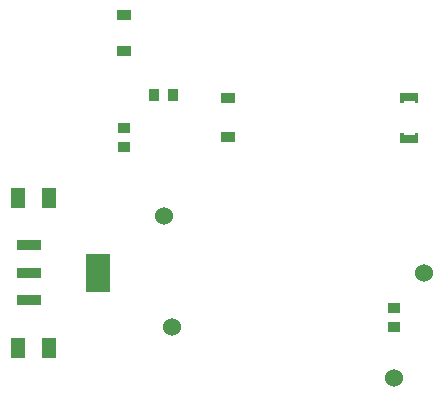
<source format=gbr>
%TF.GenerationSoftware,KiCad,Pcbnew,5.1.10*%
%TF.CreationDate,2021-12-13T06:59:12-07:00*%
%TF.ProjectId,L0004-Photogate,4c303030-342d-4506-986f-746f67617465,rev?*%
%TF.SameCoordinates,Original*%
%TF.FileFunction,Paste,Top*%
%TF.FilePolarity,Positive*%
%FSLAX46Y46*%
G04 Gerber Fmt 4.6, Leading zero omitted, Abs format (unit mm)*
G04 Created by KiCad (PCBNEW 5.1.10) date 2021-12-13 06:59:12*
%MOMM*%
%LPD*%
G01*
G04 APERTURE LIST*
%ADD10C,0.010000*%
%ADD11R,1.295400X0.965200*%
%ADD12R,1.020000X0.940000*%
%ADD13R,0.940000X1.020000*%
%ADD14R,2.150000X0.950000*%
%ADD15R,2.150000X3.250000*%
%ADD16R,1.200000X0.900000*%
%ADD17R,1.270000X1.778000*%
%ADD18C,1.524000*%
G04 APERTURE END LIST*
D10*
%TO.C,Q1*%
G36*
X134050000Y-77540000D02*
G01*
X134050000Y-78290000D01*
X133850000Y-78290000D01*
X133850000Y-78090000D01*
X132850000Y-78090000D01*
X132850000Y-78290000D01*
X132650000Y-78290000D01*
X132650000Y-77540000D01*
X134050000Y-77540000D01*
G37*
X134050000Y-77540000D02*
X134050000Y-78290000D01*
X133850000Y-78290000D01*
X133850000Y-78090000D01*
X132850000Y-78090000D01*
X132850000Y-78290000D01*
X132650000Y-78290000D01*
X132650000Y-77540000D01*
X134050000Y-77540000D01*
G36*
X132650000Y-81640000D02*
G01*
X132650000Y-80890000D01*
X132850000Y-80890000D01*
X132850000Y-81090000D01*
X133850000Y-81090000D01*
X133850000Y-80890000D01*
X134050000Y-80890000D01*
X134050000Y-81640000D01*
X132650000Y-81640000D01*
G37*
X132650000Y-81640000D02*
X132650000Y-80890000D01*
X132850000Y-80890000D01*
X132850000Y-81090000D01*
X133850000Y-81090000D01*
X133850000Y-80890000D01*
X134050000Y-80890000D01*
X134050000Y-81640000D01*
X132650000Y-81640000D01*
%TD*%
D11*
%TO.C,D1*%
X109220000Y-70866000D03*
X109220000Y-73914000D03*
%TD*%
D12*
%TO.C,R3*%
X132080000Y-95730000D03*
X132080000Y-97310000D03*
%TD*%
D13*
%TO.C,R2*%
X113408520Y-77683360D03*
X111828520Y-77683360D03*
%TD*%
D12*
%TO.C,R1*%
X109220000Y-80490000D03*
X109220000Y-82070000D03*
%TD*%
D14*
%TO.C,U1*%
X101240000Y-90410000D03*
X101240000Y-92710000D03*
X101240000Y-95010000D03*
D15*
X107040000Y-92710000D03*
%TD*%
D16*
%TO.C,D2*%
X118018560Y-77940000D03*
X118018560Y-81240000D03*
%TD*%
D17*
%TO.C,C1*%
X100279200Y-99060000D03*
X102920800Y-99060000D03*
%TD*%
%TO.C,C2*%
X100279200Y-86360000D03*
X102920800Y-86360000D03*
%TD*%
D18*
%TO.C,TP1*%
X132080000Y-101600000D03*
%TD*%
%TO.C,TP2*%
X112649000Y-87884000D03*
%TD*%
%TO.C,TP3*%
X113284000Y-97282000D03*
%TD*%
%TO.C,TP4*%
X134620000Y-92710000D03*
%TD*%
M02*

</source>
